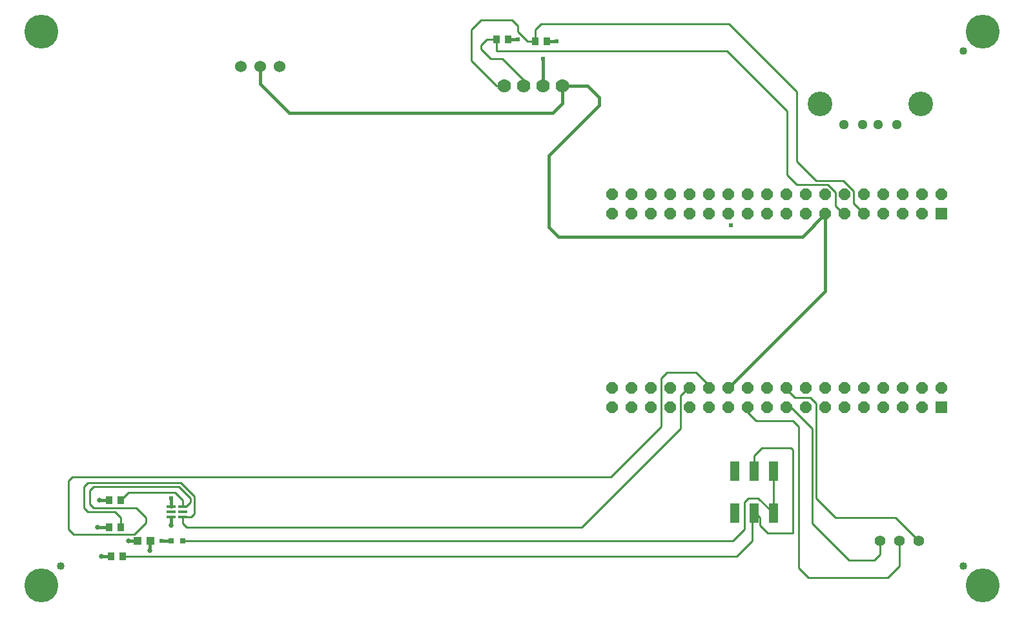
<source format=gbr>
G04 EAGLE Gerber RS-274X export*
G75*
%MOMM*%
%FSLAX34Y34*%
%LPD*%
%INTop Copper*%
%IPPOS*%
%AMOC8*
5,1,8,0,0,1.08239X$1,22.5*%
G01*
%ADD10C,1.778000*%
%ADD11R,1.524000X1.524000*%
%ADD12P,1.649562X8X202.500000*%
%ADD13C,1.524000*%
%ADD14R,1.300000X0.400000*%
%ADD15R,0.800000X0.800000*%
%ADD16C,1.400000*%
%ADD17R,0.949959X1.031241*%
%ADD18R,1.100000X1.000000*%
%ADD19R,1.200000X2.500000*%
%ADD20C,1.288000*%
%ADD21C,3.220000*%
%ADD22C,1.016000*%
%ADD23C,4.445000*%
%ADD24C,0.254000*%
%ADD25C,0.381000*%
%ADD26C,0.654800*%
%ADD27C,0.609600*%


D10*
X688340Y711200D03*
X713740Y711200D03*
X739140Y711200D03*
X764540Y711200D03*
D11*
X1261700Y289300D03*
D12*
X1261700Y314700D03*
X1236300Y289300D03*
X1236300Y314700D03*
X1210900Y289300D03*
X1210900Y314700D03*
X1185500Y289300D03*
X1185500Y314700D03*
X1160100Y289300D03*
X1160100Y314700D03*
X1134700Y289300D03*
X1134700Y314700D03*
X1109300Y289300D03*
X1109300Y314700D03*
X1083900Y289300D03*
X1083900Y314700D03*
X1058500Y289300D03*
X1058500Y314700D03*
X1033100Y289300D03*
X1033100Y314700D03*
X1007700Y289300D03*
X1007700Y314700D03*
X982300Y289300D03*
X982300Y314700D03*
X956900Y289300D03*
X956900Y314700D03*
X931500Y289300D03*
X931500Y314700D03*
X906100Y289300D03*
X906100Y314700D03*
X880700Y289300D03*
X880700Y314700D03*
X855300Y289300D03*
X855300Y314700D03*
X829900Y289300D03*
X829900Y314700D03*
D11*
X1261700Y543300D03*
D12*
X1261700Y568700D03*
X1236300Y543300D03*
X1236300Y568700D03*
X1210900Y543300D03*
X1210900Y568700D03*
X1185500Y543300D03*
X1185500Y568700D03*
X1160100Y543300D03*
X1160100Y568700D03*
X1134700Y543300D03*
X1134700Y568700D03*
X1109300Y543300D03*
X1109300Y568700D03*
X1083900Y543300D03*
X1083900Y568700D03*
X1058500Y543300D03*
X1058500Y568700D03*
X1033100Y543300D03*
X1033100Y568700D03*
X1007700Y543300D03*
X1007700Y568700D03*
X982300Y543300D03*
X982300Y568700D03*
X956900Y543300D03*
X956900Y568700D03*
X931500Y543300D03*
X931500Y568700D03*
X906100Y543300D03*
X906100Y568700D03*
X880700Y543300D03*
X880700Y568700D03*
X855300Y543300D03*
X855300Y568700D03*
X829900Y543300D03*
X829900Y568700D03*
D13*
X342900Y736600D03*
X368300Y736600D03*
X393700Y736600D03*
D14*
X251080Y152400D03*
X267080Y145900D03*
X267080Y158900D03*
X267080Y152400D03*
X251080Y158900D03*
X251080Y145900D03*
D15*
X266580Y114300D03*
X251580Y114300D03*
D16*
X1181500Y114300D03*
X1206500Y114300D03*
X1231500Y114300D03*
D17*
X185801Y132080D03*
X169799Y132080D03*
X185801Y167640D03*
X169799Y167640D03*
X172339Y93980D03*
X188341Y93980D03*
D18*
X207400Y114300D03*
X224400Y114300D03*
D19*
X991000Y150300D03*
X1016000Y150300D03*
X1041000Y150300D03*
X991000Y205300D03*
X1016000Y205300D03*
X1041000Y205300D03*
D17*
X728599Y769620D03*
X744601Y769620D03*
X677799Y772160D03*
X693801Y772160D03*
D20*
X1203400Y660400D03*
X1133400Y660400D03*
X1158400Y660400D03*
X1178400Y660400D03*
D21*
X1102700Y687500D03*
X1234100Y687500D03*
D22*
X106680Y81280D03*
X1290320Y81280D03*
X1290320Y756920D03*
D23*
X81280Y55880D03*
X1315720Y55880D03*
X81280Y782320D03*
X1315720Y782320D03*
D24*
X185801Y144399D02*
X185801Y132080D01*
X185801Y144399D02*
X177800Y152400D01*
X142240Y152400D01*
X137160Y157480D01*
X137160Y185420D01*
X142240Y190500D01*
X281940Y172720D02*
X281940Y149860D01*
X277980Y145900D01*
X267080Y145900D01*
X264160Y190500D02*
X142240Y190500D01*
X264160Y190500D02*
X281940Y172720D01*
X267080Y145900D02*
X266700Y145520D01*
X266700Y137160D01*
X271780Y132080D01*
X789940Y132080D02*
X919480Y261620D01*
X919480Y304800D01*
X929380Y314700D01*
X931500Y314700D01*
X789940Y132080D02*
X271780Y132080D01*
X718820Y769620D02*
X728599Y769620D01*
X718820Y769620D02*
X706120Y782320D01*
X706120Y789940D01*
X698500Y797560D01*
X657860Y797560D01*
X645160Y784860D01*
X645160Y744220D01*
X678180Y711200D01*
X688340Y711200D01*
X728599Y769620D02*
X728599Y784479D01*
X736600Y792480D01*
X982980Y792480D01*
X1071880Y703580D01*
X1071880Y612140D01*
X1097280Y586740D01*
X1146130Y557270D02*
X1160100Y543300D01*
X1146130Y557270D02*
X1146130Y573435D01*
X1132825Y586740D01*
X1097280Y586740D01*
X677799Y772160D02*
X665480Y772160D01*
X657860Y764540D01*
X657860Y759460D01*
X670560Y746760D01*
X685800Y746760D01*
X713740Y718820D01*
X713740Y711200D01*
X678180Y771779D02*
X677799Y772160D01*
X678180Y771779D02*
X678180Y756920D01*
X980440Y756920D01*
X1059180Y678180D01*
X1059180Y594360D01*
X1071880Y581660D01*
X1112520Y581660D01*
X1122680Y571500D01*
X1122680Y553720D01*
X1133100Y543300D01*
X1134700Y543300D01*
X993140Y93980D02*
X188341Y93980D01*
X1013460Y114300D02*
X1013460Y147320D01*
X1013460Y114300D02*
X993140Y93980D01*
X1016000Y205300D02*
X1016000Y226060D01*
X1026160Y236220D01*
X1064260Y236220D01*
X1066800Y233680D01*
X1066800Y124460D01*
X1033780Y124460D01*
X1023620Y134620D01*
X1023620Y144780D01*
X1016220Y150080D02*
X1016000Y150300D01*
X1016220Y150080D02*
X1013460Y147320D01*
X1018320Y150080D02*
X1023620Y144780D01*
X1018320Y150080D02*
X1016220Y150080D01*
X195961Y177800D02*
X185801Y167640D01*
X195961Y177800D02*
X256540Y177800D01*
X267080Y167260D01*
X267080Y158900D01*
X270660Y158900D01*
X276860Y165100D01*
X276860Y170180D01*
X261620Y185420D01*
X149860Y185420D01*
X144780Y180340D01*
X144780Y162560D01*
X149860Y157480D01*
X205740Y157480D02*
X218440Y144780D01*
X218440Y138350D01*
X203200Y123110D01*
X123270Y123110D01*
X116840Y129540D01*
X116840Y193040D01*
X121920Y198120D01*
X149860Y157480D02*
X205740Y157480D01*
X828040Y198120D02*
X894080Y264160D01*
X894080Y327660D01*
X901700Y335280D01*
X939800Y335280D01*
X956900Y318180D01*
X956900Y314700D01*
X828040Y198120D02*
X121920Y198120D01*
X1201020Y144780D02*
X1231500Y114300D01*
X1201020Y144780D02*
X1122680Y144780D01*
X1097280Y170180D01*
X1097280Y294640D01*
X1089660Y302260D01*
X1069340Y302260D01*
X1058500Y313100D01*
X1058500Y314700D01*
X1206500Y114300D02*
X1206500Y81280D01*
X1191260Y66040D02*
X1087120Y66040D01*
X1074420Y78740D01*
X1074420Y264160D01*
X1066800Y271780D01*
X1018540Y271780D01*
X1007700Y282620D01*
X1007700Y289300D01*
X1206500Y81280D02*
X1191260Y66040D01*
D25*
X207400Y114300D02*
X195580Y114300D01*
D26*
X195580Y114300D03*
D25*
X169799Y167640D02*
X157480Y167640D01*
D26*
X157480Y167640D03*
D25*
X154940Y132080D02*
X169799Y132080D01*
D26*
X154940Y132080D03*
D25*
X238760Y114300D02*
X251580Y114300D01*
D27*
X238760Y114300D03*
X985520Y528320D03*
D25*
X706120Y772160D02*
X693801Y772160D01*
D27*
X706120Y772160D03*
D25*
X744601Y769620D02*
X756920Y769620D01*
D27*
X756920Y769620D03*
D24*
X251460Y159280D02*
X251080Y158900D01*
D25*
X251460Y159280D02*
X251460Y170180D01*
D27*
X251460Y170180D03*
D25*
X172339Y93980D02*
X160020Y93980D01*
D26*
X160020Y93980D03*
X251460Y134620D03*
X223520Y101600D03*
D25*
X223520Y113420D01*
D24*
X224400Y114300D01*
D25*
X739140Y711200D02*
X739140Y746760D01*
D27*
X739140Y746760D03*
D24*
X251080Y145900D02*
X251460Y145520D01*
D25*
X251460Y134620D01*
X982300Y314700D02*
X1109300Y441700D01*
X1109300Y543300D01*
X764540Y688340D02*
X764540Y711200D01*
X764540Y688340D02*
X751840Y675640D01*
X406400Y675640D01*
X368300Y713740D01*
X368300Y736600D01*
X1079080Y513080D02*
X1109300Y543300D01*
X759460Y513080D02*
X746760Y525780D01*
X746760Y619760D01*
X812800Y685800D02*
X812800Y695960D01*
X797560Y711200D01*
X764540Y711200D01*
X759460Y513080D02*
X1079080Y513080D01*
X812800Y685800D02*
X746760Y619760D01*
D24*
X988060Y114300D02*
X266580Y114300D01*
X988060Y114300D02*
X1003300Y129540D01*
X1003300Y165100D01*
X1008380Y170180D01*
X1021120Y170180D02*
X1041000Y150300D01*
X1021120Y170180D02*
X1008380Y170180D01*
X1041000Y150300D02*
X1041000Y205300D01*
X1181500Y114300D02*
X1181500Y96920D01*
X1173480Y88900D02*
X1140460Y88900D01*
X1092200Y137160D01*
X1092200Y261620D01*
X1064520Y289300D01*
X1058500Y289300D01*
X1181500Y96920D02*
X1173480Y88900D01*
M02*

</source>
